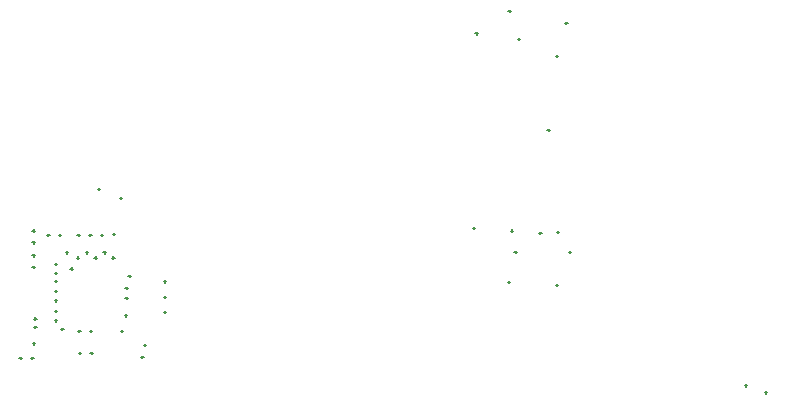
<source format=gbr>
%TF.GenerationSoftware,Altium Limited,Altium Designer,22.6.1 (34)*%
G04 Layer_Color=128*
%FSLAX45Y45*%
%MOMM*%
%TF.SameCoordinates,07F994AE-BB1C-4BEA-A643-928B9DFDCC76*%
%TF.FilePolarity,Positive*%
%TF.FileFunction,Drillmap*%
%TF.Part,Single*%
G01*
G75*
%TA.AperFunction,NonConductor*%
%ADD191C,0.12700*%
D191*
X5216531Y1822624D02*
X5236531D01*
X5226531Y1812624D02*
Y1832624D01*
X1195000Y1305000D02*
X1215000D01*
X1205000Y1295000D02*
Y1315000D01*
X1205000Y1445000D02*
X1225000D01*
X1215000Y1435000D02*
Y1455000D01*
X1080000Y1180000D02*
X1100000D01*
X1090000Y1170000D02*
Y1190000D01*
X1180000Y1180000D02*
X1200000D01*
X1190000Y1170000D02*
Y1190000D01*
X1745000Y2610000D02*
X1765000D01*
X1755000Y2600000D02*
Y2620000D01*
X1930000Y2535000D02*
X1950000D01*
X1940000Y2525000D02*
Y2545000D01*
X5620000Y1800000D02*
X5640000D01*
X5630000Y1790000D02*
Y1810000D01*
X5480000Y2240000D02*
X5500000D01*
X5490000Y2230000D02*
Y2250000D01*
X5630000D02*
X5650000D01*
X5640000Y2240000D02*
Y2260000D01*
X7220000Y950000D02*
X7240000D01*
X7230000Y940000D02*
Y960000D01*
X7390000Y890000D02*
X7410000D01*
X7400000Y880000D02*
Y900000D01*
X4920000Y2280000D02*
X4940000D01*
X4930000Y2270000D02*
Y2290000D01*
X5240000Y2260000D02*
X5260000D01*
X5250000Y2250000D02*
Y2270000D01*
X5270000Y2080000D02*
X5290000D01*
X5280000Y2070000D02*
Y2090000D01*
X5220000Y4120000D02*
X5240000D01*
X5230000Y4110000D02*
Y4130000D01*
X5700000Y4020000D02*
X5720000D01*
X5710000Y4010000D02*
Y4030000D01*
X5620000Y3740000D02*
X5640000D01*
X5630000Y3730000D02*
Y3750000D01*
X1973499Y1542300D02*
X1993499D01*
X1983499Y1532300D02*
Y1552300D01*
X1976649Y1687200D02*
X1996649D01*
X1986649Y1677200D02*
Y1697200D01*
X1976649Y1775400D02*
X1996649D01*
X1986649Y1765400D02*
Y1785400D01*
X1510449Y1939200D02*
X1530449D01*
X1520449Y1929200D02*
Y1949200D01*
X2002499Y1875000D02*
X2022499D01*
X2012499Y1865000D02*
Y1885000D01*
X1580000Y1225000D02*
X1600000D01*
X1590000Y1215000D02*
Y1235000D01*
X1680000Y1225000D02*
X1700000D01*
X1690000Y1215000D02*
Y1235000D01*
X1190000Y2260000D02*
X1210000D01*
X1200000Y2250000D02*
Y2270000D01*
X1190000Y2160000D02*
X1210000D01*
X1200000Y2150000D02*
Y2170000D01*
X1315000Y2225000D02*
X1335000D01*
X1325000Y2215000D02*
Y2235000D01*
X1415000Y2225000D02*
X1435000D01*
X1425000Y2215000D02*
Y2235000D01*
X1190000Y2050000D02*
X1210000D01*
X1200000Y2040000D02*
Y2060000D01*
X1190000Y1950000D02*
X1210000D01*
X1200000Y1940000D02*
Y1960000D01*
X1471250Y2075000D02*
X1491249D01*
X1481250Y2065000D02*
Y2085000D01*
X1640000Y2075000D02*
X1659999D01*
X1649999Y2065000D02*
Y2085000D01*
X1789999Y2075000D02*
X1809999D01*
X1799999Y2065000D02*
Y2085000D01*
X1864999Y2031250D02*
X1884999D01*
X1874999Y2021250D02*
Y2041250D01*
X1714999Y2031250D02*
X1734999D01*
X1724999Y2021250D02*
Y2041250D01*
X1564999Y2031250D02*
X1584999D01*
X1574999Y2021250D02*
Y2041250D01*
X1939999Y1412500D02*
X1959999D01*
X1949999Y1402500D02*
Y1422500D01*
X1677499Y1412500D02*
X1697499D01*
X1687499Y1402500D02*
Y1422500D01*
X1577500Y1412500D02*
X1597499D01*
X1587499Y1402500D02*
Y1422500D01*
X1433749Y1425000D02*
X1453749D01*
X1443749Y1415000D02*
Y1435000D01*
X1377499Y1500000D02*
X1397499D01*
X1387499Y1490000D02*
Y1510000D01*
X1377499Y1581250D02*
X1397499D01*
X1387499Y1571250D02*
Y1591250D01*
X1377499Y1668750D02*
X1397499D01*
X1387499Y1658750D02*
Y1678750D01*
X1377499Y1750000D02*
X1397499D01*
X1387499Y1740000D02*
Y1760000D01*
X1377499Y1831250D02*
X1397499D01*
X1387499Y1821250D02*
Y1841250D01*
X1377499Y1900000D02*
X1397499D01*
X1387499Y1890000D02*
Y1910000D01*
X1377499Y1975000D02*
X1397499D01*
X1387499Y1965000D02*
Y1985000D01*
X5730000Y2080000D02*
X5750000D01*
X5740000Y2070000D02*
Y2090000D01*
X2300000Y1830000D02*
X2320000D01*
X2310000Y1820000D02*
Y1840000D01*
X2300000Y1700000D02*
X2320000D01*
X2310000Y1690000D02*
Y1710000D01*
X2300000Y1570000D02*
X2320000D01*
X2310000Y1560000D02*
Y1580000D01*
X4940000Y3930000D02*
X4960000D01*
X4950000Y3920000D02*
Y3940000D01*
X1870000Y2230000D02*
X1890000D01*
X1880000Y2220000D02*
Y2240000D01*
X2110000Y1190000D02*
X2130000D01*
X2120000Y1180000D02*
Y1200000D01*
X2130000Y1290000D02*
X2150000D01*
X2140000Y1280000D02*
Y1300000D01*
X5550000Y3110000D02*
X5570000D01*
X5560000Y3100000D02*
Y3120000D01*
X5300000Y3880000D02*
X5320000D01*
X5310000Y3870000D02*
Y3890000D01*
X1770000Y2225000D02*
X1789999D01*
X1779999Y2215000D02*
Y2235000D01*
X1669999Y2225000D02*
X1689999D01*
X1679999Y2215000D02*
Y2235000D01*
X1569999Y2225000D02*
X1589999D01*
X1579999Y2215000D02*
Y2235000D01*
X1205000Y1515000D02*
X1225000D01*
X1215000Y1505000D02*
Y1525000D01*
%TF.MD5,a80b7a959c99754dbe397bb5d7ed90f6*%
M02*

</source>
